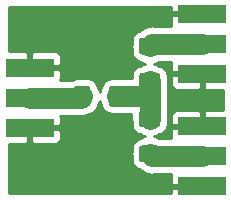
<source format=gtl>
G04 #@! TF.GenerationSoftware,KiCad,Pcbnew,5.0.1*
G04 #@! TF.CreationDate,2018-12-27T15:11:59+01:00*
G04 #@! TF.ProjectId,6dBSplitter,36644253706C69747465722E6B696361,rev?*
G04 #@! TF.SameCoordinates,Original*
G04 #@! TF.FileFunction,Copper,L1,Top,Signal*
G04 #@! TF.FilePolarity,Positive*
%FSLAX46Y46*%
G04 Gerber Fmt 4.6, Leading zero omitted, Abs format (unit mm)*
G04 Created by KiCad (PCBNEW 5.0.1) date Do 27 Dez 2018 15:11:59 CET*
%MOMM*%
%LPD*%
G01*
G04 APERTURE LIST*
G04 #@! TA.AperFunction,SMDPad,CuDef*
%ADD10R,4.064000X1.524000*%
G04 #@! TD*
G04 #@! TA.AperFunction,Conductor*
%ADD11C,0.100000*%
G04 #@! TD*
G04 #@! TA.AperFunction,SMDPad,CuDef*
%ADD12C,1.425000*%
G04 #@! TD*
G04 #@! TA.AperFunction,ViaPad*
%ADD13C,0.609600*%
G04 #@! TD*
G04 #@! TA.AperFunction,Conductor*
%ADD14C,1.800000*%
G04 #@! TD*
G04 #@! TA.AperFunction,Conductor*
%ADD15C,0.254000*%
G04 #@! TD*
G04 APERTURE END LIST*
D10*
G04 #@! TO.P,J1,1*
G04 #@! TO.N,Net-(J1-Pad1)*
X114300000Y-97282000D03*
G04 #@! TO.P,J1,2*
G04 #@! TO.N,GND*
X114300000Y-94742000D03*
X114300000Y-99822000D03*
G04 #@! TD*
G04 #@! TO.P,J2,1*
G04 #@! TO.N,Net-(J2-Pad1)*
X128905000Y-92710000D03*
G04 #@! TO.P,J2,2*
G04 #@! TO.N,GND*
X128905000Y-90170000D03*
X128905000Y-95250000D03*
G04 #@! TD*
G04 #@! TO.P,J3,2*
G04 #@! TO.N,GND*
X128905000Y-104775000D03*
X128905000Y-99695000D03*
G04 #@! TO.P,J3,1*
G04 #@! TO.N,Net-(J3-Pad1)*
X128905000Y-102235000D03*
G04 #@! TD*
D11*
G04 #@! TO.N,Net-(R1-Pad1)*
G04 #@! TO.C,R1*
G36*
X122207004Y-96281204D02*
X122231273Y-96284804D01*
X122255071Y-96290765D01*
X122278171Y-96299030D01*
X122300349Y-96309520D01*
X122321393Y-96322133D01*
X122341098Y-96336747D01*
X122359277Y-96353223D01*
X122375753Y-96371402D01*
X122390367Y-96391107D01*
X122402980Y-96412151D01*
X122413470Y-96434329D01*
X122421735Y-96457429D01*
X122427696Y-96481227D01*
X122431296Y-96505496D01*
X122432500Y-96530000D01*
X122432500Y-97780000D01*
X122431296Y-97804504D01*
X122427696Y-97828773D01*
X122421735Y-97852571D01*
X122413470Y-97875671D01*
X122402980Y-97897849D01*
X122390367Y-97918893D01*
X122375753Y-97938598D01*
X122359277Y-97956777D01*
X122341098Y-97973253D01*
X122321393Y-97987867D01*
X122300349Y-98000480D01*
X122278171Y-98010970D01*
X122255071Y-98019235D01*
X122231273Y-98025196D01*
X122207004Y-98028796D01*
X122182500Y-98030000D01*
X121257500Y-98030000D01*
X121232996Y-98028796D01*
X121208727Y-98025196D01*
X121184929Y-98019235D01*
X121161829Y-98010970D01*
X121139651Y-98000480D01*
X121118607Y-97987867D01*
X121098902Y-97973253D01*
X121080723Y-97956777D01*
X121064247Y-97938598D01*
X121049633Y-97918893D01*
X121037020Y-97897849D01*
X121026530Y-97875671D01*
X121018265Y-97852571D01*
X121012304Y-97828773D01*
X121008704Y-97804504D01*
X121007500Y-97780000D01*
X121007500Y-96530000D01*
X121008704Y-96505496D01*
X121012304Y-96481227D01*
X121018265Y-96457429D01*
X121026530Y-96434329D01*
X121037020Y-96412151D01*
X121049633Y-96391107D01*
X121064247Y-96371402D01*
X121080723Y-96353223D01*
X121098902Y-96336747D01*
X121118607Y-96322133D01*
X121139651Y-96309520D01*
X121161829Y-96299030D01*
X121184929Y-96290765D01*
X121208727Y-96284804D01*
X121232996Y-96281204D01*
X121257500Y-96280000D01*
X122182500Y-96280000D01*
X122207004Y-96281204D01*
X122207004Y-96281204D01*
G37*
D12*
G04 #@! TD*
G04 #@! TO.P,R1,1*
G04 #@! TO.N,Net-(R1-Pad1)*
X121720000Y-97155000D03*
D11*
G04 #@! TO.N,Net-(J1-Pad1)*
G04 #@! TO.C,R1*
G36*
X119232004Y-96281204D02*
X119256273Y-96284804D01*
X119280071Y-96290765D01*
X119303171Y-96299030D01*
X119325349Y-96309520D01*
X119346393Y-96322133D01*
X119366098Y-96336747D01*
X119384277Y-96353223D01*
X119400753Y-96371402D01*
X119415367Y-96391107D01*
X119427980Y-96412151D01*
X119438470Y-96434329D01*
X119446735Y-96457429D01*
X119452696Y-96481227D01*
X119456296Y-96505496D01*
X119457500Y-96530000D01*
X119457500Y-97780000D01*
X119456296Y-97804504D01*
X119452696Y-97828773D01*
X119446735Y-97852571D01*
X119438470Y-97875671D01*
X119427980Y-97897849D01*
X119415367Y-97918893D01*
X119400753Y-97938598D01*
X119384277Y-97956777D01*
X119366098Y-97973253D01*
X119346393Y-97987867D01*
X119325349Y-98000480D01*
X119303171Y-98010970D01*
X119280071Y-98019235D01*
X119256273Y-98025196D01*
X119232004Y-98028796D01*
X119207500Y-98030000D01*
X118282500Y-98030000D01*
X118257996Y-98028796D01*
X118233727Y-98025196D01*
X118209929Y-98019235D01*
X118186829Y-98010970D01*
X118164651Y-98000480D01*
X118143607Y-97987867D01*
X118123902Y-97973253D01*
X118105723Y-97956777D01*
X118089247Y-97938598D01*
X118074633Y-97918893D01*
X118062020Y-97897849D01*
X118051530Y-97875671D01*
X118043265Y-97852571D01*
X118037304Y-97828773D01*
X118033704Y-97804504D01*
X118032500Y-97780000D01*
X118032500Y-96530000D01*
X118033704Y-96505496D01*
X118037304Y-96481227D01*
X118043265Y-96457429D01*
X118051530Y-96434329D01*
X118062020Y-96412151D01*
X118074633Y-96391107D01*
X118089247Y-96371402D01*
X118105723Y-96353223D01*
X118123902Y-96336747D01*
X118143607Y-96322133D01*
X118164651Y-96309520D01*
X118186829Y-96299030D01*
X118209929Y-96290765D01*
X118233727Y-96284804D01*
X118257996Y-96281204D01*
X118282500Y-96280000D01*
X119207500Y-96280000D01*
X119232004Y-96281204D01*
X119232004Y-96281204D01*
G37*
D12*
G04 #@! TD*
G04 #@! TO.P,R1,2*
G04 #@! TO.N,Net-(J1-Pad1)*
X118745000Y-97155000D03*
D11*
G04 #@! TO.N,Net-(R1-Pad1)*
G04 #@! TO.C,R2*
G36*
X125109504Y-95173704D02*
X125133773Y-95177304D01*
X125157571Y-95183265D01*
X125180671Y-95191530D01*
X125202849Y-95202020D01*
X125223893Y-95214633D01*
X125243598Y-95229247D01*
X125261777Y-95245723D01*
X125278253Y-95263902D01*
X125292867Y-95283607D01*
X125305480Y-95304651D01*
X125315970Y-95326829D01*
X125324235Y-95349929D01*
X125330196Y-95373727D01*
X125333796Y-95397996D01*
X125335000Y-95422500D01*
X125335000Y-96347500D01*
X125333796Y-96372004D01*
X125330196Y-96396273D01*
X125324235Y-96420071D01*
X125315970Y-96443171D01*
X125305480Y-96465349D01*
X125292867Y-96486393D01*
X125278253Y-96506098D01*
X125261777Y-96524277D01*
X125243598Y-96540753D01*
X125223893Y-96555367D01*
X125202849Y-96567980D01*
X125180671Y-96578470D01*
X125157571Y-96586735D01*
X125133773Y-96592696D01*
X125109504Y-96596296D01*
X125085000Y-96597500D01*
X123835000Y-96597500D01*
X123810496Y-96596296D01*
X123786227Y-96592696D01*
X123762429Y-96586735D01*
X123739329Y-96578470D01*
X123717151Y-96567980D01*
X123696107Y-96555367D01*
X123676402Y-96540753D01*
X123658223Y-96524277D01*
X123641747Y-96506098D01*
X123627133Y-96486393D01*
X123614520Y-96465349D01*
X123604030Y-96443171D01*
X123595765Y-96420071D01*
X123589804Y-96396273D01*
X123586204Y-96372004D01*
X123585000Y-96347500D01*
X123585000Y-95422500D01*
X123586204Y-95397996D01*
X123589804Y-95373727D01*
X123595765Y-95349929D01*
X123604030Y-95326829D01*
X123614520Y-95304651D01*
X123627133Y-95283607D01*
X123641747Y-95263902D01*
X123658223Y-95245723D01*
X123676402Y-95229247D01*
X123696107Y-95214633D01*
X123717151Y-95202020D01*
X123739329Y-95191530D01*
X123762429Y-95183265D01*
X123786227Y-95177304D01*
X123810496Y-95173704D01*
X123835000Y-95172500D01*
X125085000Y-95172500D01*
X125109504Y-95173704D01*
X125109504Y-95173704D01*
G37*
D12*
G04 #@! TD*
G04 #@! TO.P,R2,2*
G04 #@! TO.N,Net-(R1-Pad1)*
X124460000Y-95885000D03*
D11*
G04 #@! TO.N,Net-(J2-Pad1)*
G04 #@! TO.C,R2*
G36*
X125109504Y-92198704D02*
X125133773Y-92202304D01*
X125157571Y-92208265D01*
X125180671Y-92216530D01*
X125202849Y-92227020D01*
X125223893Y-92239633D01*
X125243598Y-92254247D01*
X125261777Y-92270723D01*
X125278253Y-92288902D01*
X125292867Y-92308607D01*
X125305480Y-92329651D01*
X125315970Y-92351829D01*
X125324235Y-92374929D01*
X125330196Y-92398727D01*
X125333796Y-92422996D01*
X125335000Y-92447500D01*
X125335000Y-93372500D01*
X125333796Y-93397004D01*
X125330196Y-93421273D01*
X125324235Y-93445071D01*
X125315970Y-93468171D01*
X125305480Y-93490349D01*
X125292867Y-93511393D01*
X125278253Y-93531098D01*
X125261777Y-93549277D01*
X125243598Y-93565753D01*
X125223893Y-93580367D01*
X125202849Y-93592980D01*
X125180671Y-93603470D01*
X125157571Y-93611735D01*
X125133773Y-93617696D01*
X125109504Y-93621296D01*
X125085000Y-93622500D01*
X123835000Y-93622500D01*
X123810496Y-93621296D01*
X123786227Y-93617696D01*
X123762429Y-93611735D01*
X123739329Y-93603470D01*
X123717151Y-93592980D01*
X123696107Y-93580367D01*
X123676402Y-93565753D01*
X123658223Y-93549277D01*
X123641747Y-93531098D01*
X123627133Y-93511393D01*
X123614520Y-93490349D01*
X123604030Y-93468171D01*
X123595765Y-93445071D01*
X123589804Y-93421273D01*
X123586204Y-93397004D01*
X123585000Y-93372500D01*
X123585000Y-92447500D01*
X123586204Y-92422996D01*
X123589804Y-92398727D01*
X123595765Y-92374929D01*
X123604030Y-92351829D01*
X123614520Y-92329651D01*
X123627133Y-92308607D01*
X123641747Y-92288902D01*
X123658223Y-92270723D01*
X123676402Y-92254247D01*
X123696107Y-92239633D01*
X123717151Y-92227020D01*
X123739329Y-92216530D01*
X123762429Y-92208265D01*
X123786227Y-92202304D01*
X123810496Y-92198704D01*
X123835000Y-92197500D01*
X125085000Y-92197500D01*
X125109504Y-92198704D01*
X125109504Y-92198704D01*
G37*
D12*
G04 #@! TD*
G04 #@! TO.P,R2,1*
G04 #@! TO.N,Net-(J2-Pad1)*
X124460000Y-92910000D03*
D11*
G04 #@! TO.N,Net-(J3-Pad1)*
G04 #@! TO.C,R3*
G36*
X125109504Y-101323704D02*
X125133773Y-101327304D01*
X125157571Y-101333265D01*
X125180671Y-101341530D01*
X125202849Y-101352020D01*
X125223893Y-101364633D01*
X125243598Y-101379247D01*
X125261777Y-101395723D01*
X125278253Y-101413902D01*
X125292867Y-101433607D01*
X125305480Y-101454651D01*
X125315970Y-101476829D01*
X125324235Y-101499929D01*
X125330196Y-101523727D01*
X125333796Y-101547996D01*
X125335000Y-101572500D01*
X125335000Y-102497500D01*
X125333796Y-102522004D01*
X125330196Y-102546273D01*
X125324235Y-102570071D01*
X125315970Y-102593171D01*
X125305480Y-102615349D01*
X125292867Y-102636393D01*
X125278253Y-102656098D01*
X125261777Y-102674277D01*
X125243598Y-102690753D01*
X125223893Y-102705367D01*
X125202849Y-102717980D01*
X125180671Y-102728470D01*
X125157571Y-102736735D01*
X125133773Y-102742696D01*
X125109504Y-102746296D01*
X125085000Y-102747500D01*
X123835000Y-102747500D01*
X123810496Y-102746296D01*
X123786227Y-102742696D01*
X123762429Y-102736735D01*
X123739329Y-102728470D01*
X123717151Y-102717980D01*
X123696107Y-102705367D01*
X123676402Y-102690753D01*
X123658223Y-102674277D01*
X123641747Y-102656098D01*
X123627133Y-102636393D01*
X123614520Y-102615349D01*
X123604030Y-102593171D01*
X123595765Y-102570071D01*
X123589804Y-102546273D01*
X123586204Y-102522004D01*
X123585000Y-102497500D01*
X123585000Y-101572500D01*
X123586204Y-101547996D01*
X123589804Y-101523727D01*
X123595765Y-101499929D01*
X123604030Y-101476829D01*
X123614520Y-101454651D01*
X123627133Y-101433607D01*
X123641747Y-101413902D01*
X123658223Y-101395723D01*
X123676402Y-101379247D01*
X123696107Y-101364633D01*
X123717151Y-101352020D01*
X123739329Y-101341530D01*
X123762429Y-101333265D01*
X123786227Y-101327304D01*
X123810496Y-101323704D01*
X123835000Y-101322500D01*
X125085000Y-101322500D01*
X125109504Y-101323704D01*
X125109504Y-101323704D01*
G37*
D12*
G04 #@! TD*
G04 #@! TO.P,R3,1*
G04 #@! TO.N,Net-(J3-Pad1)*
X124460000Y-102035000D03*
D11*
G04 #@! TO.N,Net-(R1-Pad1)*
G04 #@! TO.C,R3*
G36*
X125109504Y-98348704D02*
X125133773Y-98352304D01*
X125157571Y-98358265D01*
X125180671Y-98366530D01*
X125202849Y-98377020D01*
X125223893Y-98389633D01*
X125243598Y-98404247D01*
X125261777Y-98420723D01*
X125278253Y-98438902D01*
X125292867Y-98458607D01*
X125305480Y-98479651D01*
X125315970Y-98501829D01*
X125324235Y-98524929D01*
X125330196Y-98548727D01*
X125333796Y-98572996D01*
X125335000Y-98597500D01*
X125335000Y-99522500D01*
X125333796Y-99547004D01*
X125330196Y-99571273D01*
X125324235Y-99595071D01*
X125315970Y-99618171D01*
X125305480Y-99640349D01*
X125292867Y-99661393D01*
X125278253Y-99681098D01*
X125261777Y-99699277D01*
X125243598Y-99715753D01*
X125223893Y-99730367D01*
X125202849Y-99742980D01*
X125180671Y-99753470D01*
X125157571Y-99761735D01*
X125133773Y-99767696D01*
X125109504Y-99771296D01*
X125085000Y-99772500D01*
X123835000Y-99772500D01*
X123810496Y-99771296D01*
X123786227Y-99767696D01*
X123762429Y-99761735D01*
X123739329Y-99753470D01*
X123717151Y-99742980D01*
X123696107Y-99730367D01*
X123676402Y-99715753D01*
X123658223Y-99699277D01*
X123641747Y-99681098D01*
X123627133Y-99661393D01*
X123614520Y-99640349D01*
X123604030Y-99618171D01*
X123595765Y-99595071D01*
X123589804Y-99571273D01*
X123586204Y-99547004D01*
X123585000Y-99522500D01*
X123585000Y-98597500D01*
X123586204Y-98572996D01*
X123589804Y-98548727D01*
X123595765Y-98524929D01*
X123604030Y-98501829D01*
X123614520Y-98479651D01*
X123627133Y-98458607D01*
X123641747Y-98438902D01*
X123658223Y-98420723D01*
X123676402Y-98404247D01*
X123696107Y-98389633D01*
X123717151Y-98377020D01*
X123739329Y-98366530D01*
X123762429Y-98358265D01*
X123786227Y-98352304D01*
X123810496Y-98348704D01*
X123835000Y-98347500D01*
X125085000Y-98347500D01*
X125109504Y-98348704D01*
X125109504Y-98348704D01*
G37*
D12*
G04 #@! TD*
G04 #@! TO.P,R3,2*
G04 #@! TO.N,Net-(R1-Pad1)*
X124460000Y-99060000D03*
D13*
G04 #@! TO.N,GND*
X118110000Y-94615000D03*
X119380000Y-94615000D03*
X120650000Y-94615000D03*
X121920000Y-94615000D03*
X121920000Y-93345000D03*
X121920000Y-92075000D03*
X121920000Y-90170000D03*
X123190000Y-90170000D03*
X124460000Y-90170000D03*
X124460000Y-104775000D03*
X123190000Y-104775000D03*
X121920000Y-104775000D03*
X121920000Y-103505000D03*
X121920000Y-102235000D03*
X121920000Y-100965000D03*
X121920000Y-99695000D03*
X120650000Y-99695000D03*
X119380000Y-99695000D03*
X118110000Y-99695000D03*
X114300000Y-91440000D03*
X114300000Y-102870000D03*
X114300000Y-104775000D03*
X116840000Y-91440000D03*
X119380000Y-91440000D03*
X119380000Y-102870000D03*
X116840000Y-102870000D03*
X119380000Y-104775000D03*
X116840000Y-104775000D03*
G04 #@! TD*
D14*
G04 #@! TO.N,Net-(J1-Pad1)*
X118618000Y-97282000D02*
X118745000Y-97155000D01*
X114300000Y-97282000D02*
X118618000Y-97282000D01*
G04 #@! TO.N,Net-(J2-Pad1)*
X124660000Y-92710000D02*
X124460000Y-92910000D01*
X128905000Y-92710000D02*
X124660000Y-92710000D01*
G04 #@! TO.N,Net-(J3-Pad1)*
X124660000Y-102235000D02*
X124460000Y-102035000D01*
X128905000Y-102235000D02*
X124660000Y-102235000D01*
G04 #@! TO.N,Net-(R1-Pad1)*
X121720000Y-97155000D02*
X124460000Y-97155000D01*
X124460000Y-97155000D02*
X124460000Y-95885000D01*
X124460000Y-97155000D02*
X124460000Y-99060000D01*
G04 #@! TD*
D15*
G04 #@! TO.N,GND*
G36*
X120274062Y-97753927D02*
X120389129Y-97926136D01*
X120428374Y-98123435D01*
X120622914Y-98414586D01*
X120914065Y-98609126D01*
X121257500Y-98677440D01*
X121505675Y-98677440D01*
X121568818Y-98690000D01*
X122925001Y-98690000D01*
X122925001Y-99211182D01*
X122937560Y-99274320D01*
X122937560Y-99522500D01*
X123005874Y-99865935D01*
X123200414Y-100157086D01*
X123491565Y-100351626D01*
X123688865Y-100390872D01*
X123861074Y-100505938D01*
X124070022Y-100547500D01*
X123861073Y-100589063D01*
X123688865Y-100704128D01*
X123491565Y-100743374D01*
X123200414Y-100937914D01*
X123005874Y-101229065D01*
X122937560Y-101572500D01*
X122937560Y-101820680D01*
X122894929Y-102035000D01*
X122937560Y-102249320D01*
X122937560Y-102497500D01*
X123005874Y-102840935D01*
X123200414Y-103132086D01*
X123491565Y-103326626D01*
X123551199Y-103338488D01*
X123553327Y-103341673D01*
X124061073Y-103680938D01*
X124660000Y-103800072D01*
X124811182Y-103770000D01*
X126286335Y-103770000D01*
X126238000Y-103886690D01*
X126238000Y-104489250D01*
X126396750Y-104648000D01*
X128778000Y-104648000D01*
X128778000Y-104628000D01*
X129032000Y-104628000D01*
X129032000Y-104648000D01*
X129052000Y-104648000D01*
X129052000Y-104902000D01*
X129032000Y-104902000D01*
X129032000Y-104922000D01*
X128778000Y-104922000D01*
X128778000Y-104902000D01*
X126396750Y-104902000D01*
X126238000Y-105060750D01*
X126238000Y-105310000D01*
X112522000Y-105310000D01*
X112522000Y-101219000D01*
X114014250Y-101219000D01*
X114173000Y-101060250D01*
X114173000Y-99949000D01*
X114427000Y-99949000D01*
X114427000Y-101060250D01*
X114585750Y-101219000D01*
X116458309Y-101219000D01*
X116691698Y-101122327D01*
X116870327Y-100943699D01*
X116967000Y-100710310D01*
X116967000Y-100107750D01*
X116808250Y-99949000D01*
X114427000Y-99949000D01*
X114173000Y-99949000D01*
X114153000Y-99949000D01*
X114153000Y-99695000D01*
X114173000Y-99695000D01*
X114173000Y-99675000D01*
X114427000Y-99675000D01*
X114427000Y-99695000D01*
X116808250Y-99695000D01*
X116967000Y-99536250D01*
X116967000Y-98933690D01*
X116918665Y-98817000D01*
X118466823Y-98817000D01*
X118618000Y-98847071D01*
X118769177Y-98817000D01*
X118769182Y-98817000D01*
X119216927Y-98727938D01*
X119328534Y-98653365D01*
X119550935Y-98609126D01*
X119842086Y-98414586D01*
X120036626Y-98123435D01*
X120075872Y-97926134D01*
X120190937Y-97753927D01*
X120232500Y-97544978D01*
X120274062Y-97753927D01*
X120274062Y-97753927D01*
G37*
X120274062Y-97753927D02*
X120389129Y-97926136D01*
X120428374Y-98123435D01*
X120622914Y-98414586D01*
X120914065Y-98609126D01*
X121257500Y-98677440D01*
X121505675Y-98677440D01*
X121568818Y-98690000D01*
X122925001Y-98690000D01*
X122925001Y-99211182D01*
X122937560Y-99274320D01*
X122937560Y-99522500D01*
X123005874Y-99865935D01*
X123200414Y-100157086D01*
X123491565Y-100351626D01*
X123688865Y-100390872D01*
X123861074Y-100505938D01*
X124070022Y-100547500D01*
X123861073Y-100589063D01*
X123688865Y-100704128D01*
X123491565Y-100743374D01*
X123200414Y-100937914D01*
X123005874Y-101229065D01*
X122937560Y-101572500D01*
X122937560Y-101820680D01*
X122894929Y-102035000D01*
X122937560Y-102249320D01*
X122937560Y-102497500D01*
X123005874Y-102840935D01*
X123200414Y-103132086D01*
X123491565Y-103326626D01*
X123551199Y-103338488D01*
X123553327Y-103341673D01*
X124061073Y-103680938D01*
X124660000Y-103800072D01*
X124811182Y-103770000D01*
X126286335Y-103770000D01*
X126238000Y-103886690D01*
X126238000Y-104489250D01*
X126396750Y-104648000D01*
X128778000Y-104648000D01*
X128778000Y-104628000D01*
X129032000Y-104628000D01*
X129032000Y-104648000D01*
X129052000Y-104648000D01*
X129052000Y-104902000D01*
X129032000Y-104902000D01*
X129032000Y-104922000D01*
X128778000Y-104922000D01*
X128778000Y-104902000D01*
X126396750Y-104902000D01*
X126238000Y-105060750D01*
X126238000Y-105310000D01*
X112522000Y-105310000D01*
X112522000Y-101219000D01*
X114014250Y-101219000D01*
X114173000Y-101060250D01*
X114173000Y-99949000D01*
X114427000Y-99949000D01*
X114427000Y-101060250D01*
X114585750Y-101219000D01*
X116458309Y-101219000D01*
X116691698Y-101122327D01*
X116870327Y-100943699D01*
X116967000Y-100710310D01*
X116967000Y-100107750D01*
X116808250Y-99949000D01*
X114427000Y-99949000D01*
X114173000Y-99949000D01*
X114153000Y-99949000D01*
X114153000Y-99695000D01*
X114173000Y-99695000D01*
X114173000Y-99675000D01*
X114427000Y-99675000D01*
X114427000Y-99695000D01*
X116808250Y-99695000D01*
X116967000Y-99536250D01*
X116967000Y-98933690D01*
X116918665Y-98817000D01*
X118466823Y-98817000D01*
X118618000Y-98847071D01*
X118769177Y-98817000D01*
X118769182Y-98817000D01*
X119216927Y-98727938D01*
X119328534Y-98653365D01*
X119550935Y-98609126D01*
X119842086Y-98414586D01*
X120036626Y-98123435D01*
X120075872Y-97926134D01*
X120190937Y-97753927D01*
X120232500Y-97544978D01*
X120274062Y-97753927D01*
G36*
X126238000Y-94361690D02*
X126238000Y-94964250D01*
X126396750Y-95123000D01*
X128778000Y-95123000D01*
X128778000Y-95103000D01*
X129032000Y-95103000D01*
X129032000Y-95123000D01*
X129052000Y-95123000D01*
X129052000Y-95377000D01*
X129032000Y-95377000D01*
X129032000Y-96488250D01*
X129190750Y-96647000D01*
X130683000Y-96647000D01*
X130683000Y-98298000D01*
X129190750Y-98298000D01*
X129032000Y-98456750D01*
X129032000Y-99568000D01*
X129052000Y-99568000D01*
X129052000Y-99822000D01*
X129032000Y-99822000D01*
X129032000Y-99842000D01*
X128778000Y-99842000D01*
X128778000Y-99822000D01*
X126396750Y-99822000D01*
X126238000Y-99980750D01*
X126238000Y-100583310D01*
X126286335Y-100700000D01*
X125224956Y-100700000D01*
X125058927Y-100589063D01*
X124849978Y-100547501D01*
X125058927Y-100505938D01*
X125231136Y-100390871D01*
X125428435Y-100351626D01*
X125719586Y-100157086D01*
X125914126Y-99865935D01*
X125982440Y-99522500D01*
X125982440Y-99274325D01*
X125995000Y-99211182D01*
X125995000Y-98806690D01*
X126238000Y-98806690D01*
X126238000Y-99409250D01*
X126396750Y-99568000D01*
X128778000Y-99568000D01*
X128778000Y-98456750D01*
X128619250Y-98298000D01*
X126746691Y-98298000D01*
X126513302Y-98394673D01*
X126334673Y-98573301D01*
X126238000Y-98806690D01*
X125995000Y-98806690D01*
X125995000Y-97306181D01*
X126025072Y-97155000D01*
X125995000Y-97003818D01*
X125995000Y-95733818D01*
X125982440Y-95670675D01*
X125982440Y-95535750D01*
X126238000Y-95535750D01*
X126238000Y-96138310D01*
X126334673Y-96371699D01*
X126513302Y-96550327D01*
X126746691Y-96647000D01*
X128619250Y-96647000D01*
X128778000Y-96488250D01*
X128778000Y-95377000D01*
X126396750Y-95377000D01*
X126238000Y-95535750D01*
X125982440Y-95535750D01*
X125982440Y-95422500D01*
X125914126Y-95079065D01*
X125719586Y-94787914D01*
X125428435Y-94593374D01*
X125231136Y-94554129D01*
X125058927Y-94439062D01*
X124849978Y-94397500D01*
X125058927Y-94355937D01*
X125224956Y-94245000D01*
X126286335Y-94245000D01*
X126238000Y-94361690D01*
X126238000Y-94361690D01*
G37*
X126238000Y-94361690D02*
X126238000Y-94964250D01*
X126396750Y-95123000D01*
X128778000Y-95123000D01*
X128778000Y-95103000D01*
X129032000Y-95103000D01*
X129032000Y-95123000D01*
X129052000Y-95123000D01*
X129052000Y-95377000D01*
X129032000Y-95377000D01*
X129032000Y-96488250D01*
X129190750Y-96647000D01*
X130683000Y-96647000D01*
X130683000Y-98298000D01*
X129190750Y-98298000D01*
X129032000Y-98456750D01*
X129032000Y-99568000D01*
X129052000Y-99568000D01*
X129052000Y-99822000D01*
X129032000Y-99822000D01*
X129032000Y-99842000D01*
X128778000Y-99842000D01*
X128778000Y-99822000D01*
X126396750Y-99822000D01*
X126238000Y-99980750D01*
X126238000Y-100583310D01*
X126286335Y-100700000D01*
X125224956Y-100700000D01*
X125058927Y-100589063D01*
X124849978Y-100547501D01*
X125058927Y-100505938D01*
X125231136Y-100390871D01*
X125428435Y-100351626D01*
X125719586Y-100157086D01*
X125914126Y-99865935D01*
X125982440Y-99522500D01*
X125982440Y-99274325D01*
X125995000Y-99211182D01*
X125995000Y-98806690D01*
X126238000Y-98806690D01*
X126238000Y-99409250D01*
X126396750Y-99568000D01*
X128778000Y-99568000D01*
X128778000Y-98456750D01*
X128619250Y-98298000D01*
X126746691Y-98298000D01*
X126513302Y-98394673D01*
X126334673Y-98573301D01*
X126238000Y-98806690D01*
X125995000Y-98806690D01*
X125995000Y-97306181D01*
X126025072Y-97155000D01*
X125995000Y-97003818D01*
X125995000Y-95733818D01*
X125982440Y-95670675D01*
X125982440Y-95535750D01*
X126238000Y-95535750D01*
X126238000Y-96138310D01*
X126334673Y-96371699D01*
X126513302Y-96550327D01*
X126746691Y-96647000D01*
X128619250Y-96647000D01*
X128778000Y-96488250D01*
X128778000Y-95377000D01*
X126396750Y-95377000D01*
X126238000Y-95535750D01*
X125982440Y-95535750D01*
X125982440Y-95422500D01*
X125914126Y-95079065D01*
X125719586Y-94787914D01*
X125428435Y-94593374D01*
X125231136Y-94554129D01*
X125058927Y-94439062D01*
X124849978Y-94397500D01*
X125058927Y-94355937D01*
X125224956Y-94245000D01*
X126286335Y-94245000D01*
X126238000Y-94361690D01*
G36*
X126238000Y-89884250D02*
X126396750Y-90043000D01*
X128778000Y-90043000D01*
X128778000Y-90023000D01*
X129032000Y-90023000D01*
X129032000Y-90043000D01*
X129052000Y-90043000D01*
X129052000Y-90297000D01*
X129032000Y-90297000D01*
X129032000Y-90317000D01*
X128778000Y-90317000D01*
X128778000Y-90297000D01*
X126396750Y-90297000D01*
X126238000Y-90455750D01*
X126238000Y-91058310D01*
X126286335Y-91175000D01*
X124811182Y-91175000D01*
X124660000Y-91144928D01*
X124508818Y-91175000D01*
X124061073Y-91264062D01*
X123553327Y-91603327D01*
X123551199Y-91606512D01*
X123491565Y-91618374D01*
X123200414Y-91812914D01*
X123005874Y-92104065D01*
X122937560Y-92447500D01*
X122937560Y-92695680D01*
X122894929Y-92910000D01*
X122937560Y-93124320D01*
X122937560Y-93372500D01*
X123005874Y-93715935D01*
X123200414Y-94007086D01*
X123491565Y-94201626D01*
X123688865Y-94240872D01*
X123861073Y-94355937D01*
X124070022Y-94397500D01*
X123861074Y-94439062D01*
X123688865Y-94554128D01*
X123491565Y-94593374D01*
X123200414Y-94787914D01*
X123005874Y-95079065D01*
X122937560Y-95422500D01*
X122937560Y-95620000D01*
X121568818Y-95620000D01*
X121505675Y-95632560D01*
X121257500Y-95632560D01*
X120914065Y-95700874D01*
X120622914Y-95895414D01*
X120428374Y-96186565D01*
X120389129Y-96383864D01*
X120274062Y-96556073D01*
X120232499Y-96765022D01*
X120190937Y-96556073D01*
X120075872Y-96383866D01*
X120036626Y-96186565D01*
X119842086Y-95895414D01*
X119550935Y-95700874D01*
X119207500Y-95632560D01*
X118959320Y-95632560D01*
X118744999Y-95589929D01*
X118530679Y-95632560D01*
X118282500Y-95632560D01*
X117939065Y-95700874D01*
X117870032Y-95747000D01*
X116918665Y-95747000D01*
X116967000Y-95630310D01*
X116967000Y-95027750D01*
X116808250Y-94869000D01*
X114427000Y-94869000D01*
X114427000Y-94889000D01*
X114173000Y-94889000D01*
X114173000Y-94869000D01*
X114153000Y-94869000D01*
X114153000Y-94615000D01*
X114173000Y-94615000D01*
X114173000Y-93503750D01*
X114427000Y-93503750D01*
X114427000Y-94615000D01*
X116808250Y-94615000D01*
X116967000Y-94456250D01*
X116967000Y-93853690D01*
X116870327Y-93620301D01*
X116691698Y-93441673D01*
X116458309Y-93345000D01*
X114585750Y-93345000D01*
X114427000Y-93503750D01*
X114173000Y-93503750D01*
X114014250Y-93345000D01*
X112522000Y-93345000D01*
X112522000Y-89635000D01*
X126238000Y-89635000D01*
X126238000Y-89884250D01*
X126238000Y-89884250D01*
G37*
X126238000Y-89884250D02*
X126396750Y-90043000D01*
X128778000Y-90043000D01*
X128778000Y-90023000D01*
X129032000Y-90023000D01*
X129032000Y-90043000D01*
X129052000Y-90043000D01*
X129052000Y-90297000D01*
X129032000Y-90297000D01*
X129032000Y-90317000D01*
X128778000Y-90317000D01*
X128778000Y-90297000D01*
X126396750Y-90297000D01*
X126238000Y-90455750D01*
X126238000Y-91058310D01*
X126286335Y-91175000D01*
X124811182Y-91175000D01*
X124660000Y-91144928D01*
X124508818Y-91175000D01*
X124061073Y-91264062D01*
X123553327Y-91603327D01*
X123551199Y-91606512D01*
X123491565Y-91618374D01*
X123200414Y-91812914D01*
X123005874Y-92104065D01*
X122937560Y-92447500D01*
X122937560Y-92695680D01*
X122894929Y-92910000D01*
X122937560Y-93124320D01*
X122937560Y-93372500D01*
X123005874Y-93715935D01*
X123200414Y-94007086D01*
X123491565Y-94201626D01*
X123688865Y-94240872D01*
X123861073Y-94355937D01*
X124070022Y-94397500D01*
X123861074Y-94439062D01*
X123688865Y-94554128D01*
X123491565Y-94593374D01*
X123200414Y-94787914D01*
X123005874Y-95079065D01*
X122937560Y-95422500D01*
X122937560Y-95620000D01*
X121568818Y-95620000D01*
X121505675Y-95632560D01*
X121257500Y-95632560D01*
X120914065Y-95700874D01*
X120622914Y-95895414D01*
X120428374Y-96186565D01*
X120389129Y-96383864D01*
X120274062Y-96556073D01*
X120232499Y-96765022D01*
X120190937Y-96556073D01*
X120075872Y-96383866D01*
X120036626Y-96186565D01*
X119842086Y-95895414D01*
X119550935Y-95700874D01*
X119207500Y-95632560D01*
X118959320Y-95632560D01*
X118744999Y-95589929D01*
X118530679Y-95632560D01*
X118282500Y-95632560D01*
X117939065Y-95700874D01*
X117870032Y-95747000D01*
X116918665Y-95747000D01*
X116967000Y-95630310D01*
X116967000Y-95027750D01*
X116808250Y-94869000D01*
X114427000Y-94869000D01*
X114427000Y-94889000D01*
X114173000Y-94889000D01*
X114173000Y-94869000D01*
X114153000Y-94869000D01*
X114153000Y-94615000D01*
X114173000Y-94615000D01*
X114173000Y-93503750D01*
X114427000Y-93503750D01*
X114427000Y-94615000D01*
X116808250Y-94615000D01*
X116967000Y-94456250D01*
X116967000Y-93853690D01*
X116870327Y-93620301D01*
X116691698Y-93441673D01*
X116458309Y-93345000D01*
X114585750Y-93345000D01*
X114427000Y-93503750D01*
X114173000Y-93503750D01*
X114014250Y-93345000D01*
X112522000Y-93345000D01*
X112522000Y-89635000D01*
X126238000Y-89635000D01*
X126238000Y-89884250D01*
G04 #@! TD*
M02*

</source>
